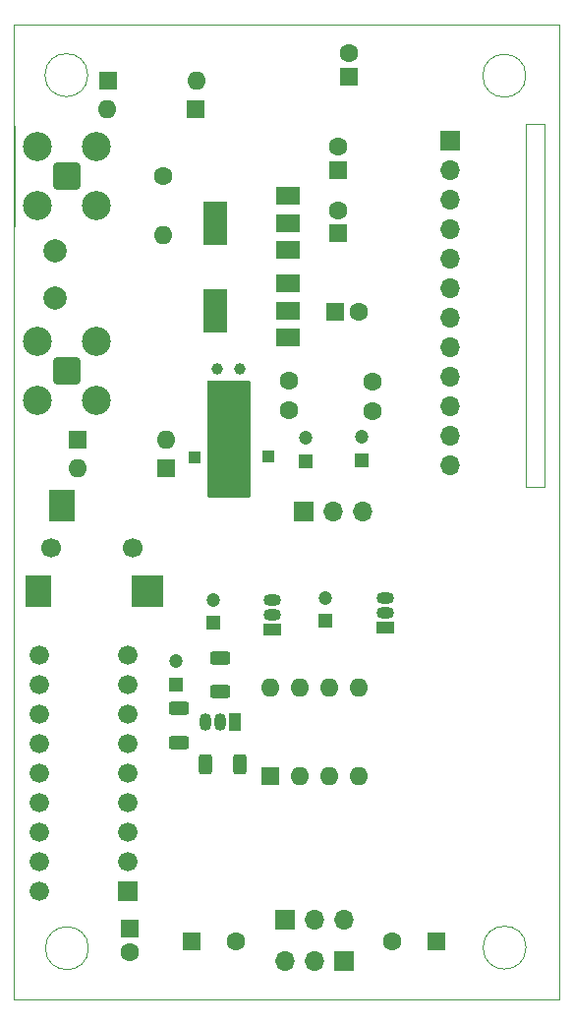
<source format=gbr>
%TF.GenerationSoftware,KiCad,Pcbnew,7.0.1*%
%TF.CreationDate,2023-09-27T13:21:00+00:00*%
%TF.ProjectId,SI4735,53493437-3335-42e6-9b69-6361645f7063,rev?*%
%TF.SameCoordinates,Original*%
%TF.FileFunction,Soldermask,Top*%
%TF.FilePolarity,Negative*%
%FSLAX45Y45*%
G04 Gerber Fmt 4.5, Leading zero omitted, Abs format (unit mm)*
G04 Created by KiCad (PCBNEW 7.0.1) date 2023-09-27 13:21:00*
%MOMM*%
%LPD*%
G01*
G04 APERTURE LIST*
G04 Aperture macros list*
%AMRoundRect*
0 Rectangle with rounded corners*
0 $1 Rounding radius*
0 $2 $3 $4 $5 $6 $7 $8 $9 X,Y pos of 4 corners*
0 Add a 4 corners polygon primitive as box body*
4,1,4,$2,$3,$4,$5,$6,$7,$8,$9,$2,$3,0*
0 Add four circle primitives for the rounded corners*
1,1,$1+$1,$2,$3*
1,1,$1+$1,$4,$5*
1,1,$1+$1,$6,$7*
1,1,$1+$1,$8,$9*
0 Add four rect primitives between the rounded corners*
20,1,$1+$1,$2,$3,$4,$5,0*
20,1,$1+$1,$4,$5,$6,$7,0*
20,1,$1+$1,$6,$7,$8,$9,0*
20,1,$1+$1,$8,$9,$2,$3,0*%
G04 Aperture macros list end*
%ADD10C,1.600000*%
%ADD11O,1.600000X1.600000*%
%ADD12R,1.600000X1.600000*%
%ADD13R,1.500000X1.050000*%
%ADD14O,1.500000X1.050000*%
%ADD15R,1.700000X1.700000*%
%ADD16O,1.700000X1.700000*%
%ADD17RoundRect,0.200100X0.949900X-0.949900X0.949900X0.949900X-0.949900X0.949900X-0.949900X-0.949900X0*%
%ADD18C,2.500000*%
%ADD19C,1.700000*%
%ADD20R,2.200000X2.800000*%
%ADD21R,2.800000X2.800000*%
%ADD22R,1.200000X1.200000*%
%ADD23C,1.200000*%
%ADD24RoundRect,0.250000X0.312500X0.625000X-0.312500X0.625000X-0.312500X-0.625000X0.312500X-0.625000X0*%
%ADD25R,2.000000X1.500000*%
%ADD26R,2.000000X3.800000*%
%ADD27R,1.050000X1.500000*%
%ADD28O,1.050000X1.500000*%
%ADD29C,2.000000*%
%ADD30C,1.000000*%
%ADD31R,1.000000X1.000000*%
%ADD32RoundRect,0.250000X-0.625000X0.312500X-0.625000X-0.312500X0.625000X-0.312500X0.625000X0.312500X0*%
%ADD33R,1.676400X1.676400*%
%ADD34C,1.676400*%
%ADD35RoundRect,0.250000X0.625000X-0.312500X0.625000X0.312500X-0.625000X0.312500X-0.625000X-0.312500X0*%
%TA.AperFunction,Profile*%
%ADD36C,0.050000*%
%TD*%
%TA.AperFunction,Profile*%
%ADD37C,0.100000*%
%TD*%
G04 APERTURE END LIST*
D10*
%TO.C,L1*%
X13782500Y-9232500D03*
D11*
X13782500Y-9740500D03*
%TD*%
D12*
%TO.C,C7*%
X15266989Y-10400000D03*
D10*
X15466989Y-10400000D03*
%TD*%
D13*
%TO.C,Q3*%
X14721250Y-13134000D03*
D14*
X14721250Y-13007000D03*
X14721250Y-12880000D03*
%TD*%
D15*
%TO.C,J4*%
X14829800Y-15636210D03*
D16*
X15083800Y-15636210D03*
X15337800Y-15636210D03*
%TD*%
D12*
%TO.C,D4*%
X13807500Y-11751500D03*
D11*
X13045500Y-11751500D03*
%TD*%
D13*
%TO.C,Q2*%
X15695000Y-13116260D03*
D14*
X15695000Y-12989260D03*
X15695000Y-12862260D03*
%TD*%
D17*
%TO.C,J3*%
X12949000Y-9234000D03*
D18*
X12695000Y-9488000D03*
X13203000Y-9488000D03*
X12695000Y-8980000D03*
X13203000Y-8980000D03*
%TD*%
D15*
%TO.C,J2*%
X15337300Y-15993710D03*
D16*
X15083300Y-15993710D03*
X14829300Y-15993710D03*
%TD*%
D12*
%TO.C,U4*%
X14705480Y-14397100D03*
D11*
X14959480Y-14397100D03*
X15213480Y-14397100D03*
X15467480Y-14397100D03*
X15467480Y-13635100D03*
X15213480Y-13635100D03*
X14959480Y-13635100D03*
X14705480Y-13635100D03*
%TD*%
D10*
%TO.C,C21*%
X14865000Y-10995000D03*
X14865000Y-11245000D03*
%TD*%
D15*
%TO.C,J1*%
X16250920Y-8933180D03*
D16*
X16250920Y-9187180D03*
X16250920Y-9441180D03*
X16250920Y-9695180D03*
X16250920Y-9949180D03*
X16250920Y-10203180D03*
X16250920Y-10457180D03*
X16250920Y-10711180D03*
X16250920Y-10965180D03*
X16250920Y-11219180D03*
X16250920Y-11473180D03*
X16250920Y-11727180D03*
%TD*%
D12*
%TO.C,C16*%
X13495000Y-15715000D03*
D10*
X13495000Y-15915000D03*
%TD*%
D19*
%TO.C,J10*%
X12820000Y-12437500D03*
X13520000Y-12437500D03*
D20*
X12910000Y-12067500D03*
X12710000Y-12807500D03*
D21*
X13650000Y-12807500D03*
%TD*%
D12*
%TO.C,C1*%
X15377500Y-8375000D03*
D10*
X15377500Y-8175000D03*
%TD*%
D22*
%TO.C,C20*%
X14212500Y-13080000D03*
D23*
X14212500Y-12880000D03*
%TD*%
D22*
%TO.C,C18*%
X15487500Y-11680000D03*
D23*
X15487500Y-11480000D03*
%TD*%
D12*
%TO.C,C11*%
X16132500Y-15820000D03*
D10*
X15752500Y-15820000D03*
%TD*%
D12*
%TO.C,C12*%
X14025000Y-15819700D03*
D10*
X14405000Y-15819700D03*
%TD*%
D24*
%TO.C,R8*%
X14438680Y-14298320D03*
X14146180Y-14298320D03*
%TD*%
D22*
%TO.C,C19*%
X15182500Y-13064760D03*
D23*
X15182500Y-12864760D03*
%TD*%
D22*
%TO.C,C14*%
X13887500Y-13612120D03*
D23*
X13887500Y-13412120D03*
%TD*%
D12*
%TO.C,C8*%
X15290000Y-9727000D03*
D10*
X15290000Y-9527000D03*
%TD*%
D15*
%TO.C,J7*%
X14992000Y-12120000D03*
D16*
X15246000Y-12120000D03*
X15500000Y-12120000D03*
%TD*%
D25*
%TO.C,U1*%
X14857500Y-10620000D03*
X14857500Y-10390000D03*
D26*
X14227500Y-10390000D03*
D25*
X14857500Y-10160000D03*
%TD*%
D12*
%TO.C,D3*%
X13044500Y-11499000D03*
D11*
X13806500Y-11499000D03*
%TD*%
D27*
%TO.C,Q1*%
X14400580Y-13937240D03*
D28*
X14273580Y-13937240D03*
X14146580Y-13937240D03*
%TD*%
D29*
%TO.C,L2*%
X12847500Y-10280000D03*
X12847500Y-9880000D03*
%TD*%
D10*
%TO.C,C17*%
X15582500Y-11007500D03*
X15582500Y-11257500D03*
%TD*%
D12*
%TO.C,C5*%
X15287000Y-9179511D03*
D10*
X15287000Y-8979511D03*
%TD*%
D30*
%TO.C,Y1*%
X14250000Y-10896000D03*
X14440000Y-10896000D03*
%TD*%
D12*
%TO.C,D1*%
X14064500Y-8660000D03*
D11*
X13302500Y-8660000D03*
%TD*%
D31*
%TO.C,J8*%
X14050000Y-11652500D03*
%TD*%
%TO.C,J9*%
X14690000Y-11650000D03*
%TD*%
D32*
%TO.C,R14*%
X14273580Y-13380580D03*
X14273580Y-13673080D03*
%TD*%
D12*
%TO.C,D2*%
X13304000Y-8410000D03*
D11*
X14066000Y-8410000D03*
%TD*%
D17*
%TO.C,J5*%
X12948500Y-10911000D03*
D18*
X12694500Y-11165000D03*
X13202500Y-11165000D03*
X12694500Y-10657000D03*
X13202500Y-10657000D03*
%TD*%
D33*
%TO.C,U5*%
X13474500Y-15392000D03*
D34*
X13474500Y-15138000D03*
X13474500Y-14884000D03*
X13474500Y-14630000D03*
X13474500Y-14376000D03*
X13474500Y-14122000D03*
X13474500Y-13868000D03*
X13474500Y-13614000D03*
X13474500Y-13360000D03*
X12712500Y-13360000D03*
X12712500Y-13614000D03*
X12712500Y-13868000D03*
X12712500Y-14122000D03*
X12712500Y-14376000D03*
X12712500Y-14630000D03*
X12712500Y-14884000D03*
X12712500Y-15138000D03*
X12712500Y-15392000D03*
%TD*%
D25*
%TO.C,U2*%
X14857500Y-9867500D03*
X14857500Y-9637500D03*
D26*
X14227500Y-9637500D03*
D25*
X14857500Y-9407500D03*
%TD*%
D22*
%TO.C,C22*%
X15007500Y-11689760D03*
D23*
X15007500Y-11489760D03*
%TD*%
D35*
%TO.C,R15*%
X13915000Y-14110000D03*
X13915000Y-13817500D03*
%TD*%
G36*
X14522683Y-10997418D02*
G01*
X14528848Y-10999107D01*
X14533352Y-11003642D01*
X14535000Y-11009818D01*
X14535000Y-11987600D01*
X14533339Y-11993800D01*
X14528800Y-11998339D01*
X14522600Y-12000000D01*
X14177338Y-12000000D01*
X14171156Y-11998349D01*
X14166620Y-11993836D01*
X14164939Y-11987662D01*
X14160062Y-11007545D01*
X14161717Y-11001295D01*
X14166292Y-10996727D01*
X14172545Y-10995084D01*
X14522683Y-10997418D01*
G37*
D36*
X16904814Y-8370000D02*
G75*
G03*
X16904814Y-8370000I-184814J0D01*
G01*
X13132314Y-8365000D02*
G75*
G03*
X13132314Y-8365000I-184814J0D01*
G01*
X13137500Y-15880000D02*
G75*
G03*
X13137500Y-15880000I-184814J0D01*
G01*
X16905000Y-8787500D02*
X17070000Y-8787500D01*
X17070000Y-11907500D01*
X16905000Y-11907500D01*
X16905000Y-8787500D01*
X16907314Y-15875000D02*
G75*
G03*
X16907314Y-15875000I-184814J0D01*
G01*
X12496500Y-7931500D02*
X17192500Y-7931500D01*
X17192500Y-16320000D01*
X12496500Y-16320000D01*
X12496500Y-7931500D01*
D37*
%TO.C,J3*%
X12499000Y-8804000D02*
X12499000Y-9664000D01*
%TO.C,J5*%
X12498500Y-10481000D02*
X12498500Y-11341000D01*
%TD*%
M02*

</source>
